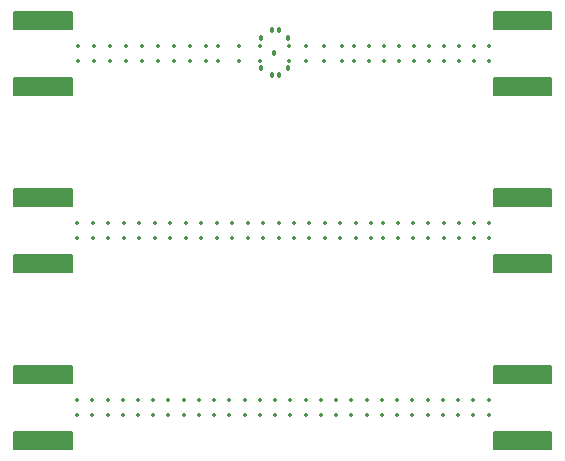
<source format=gbl>
%TF.GenerationSoftware,KiCad,Pcbnew,(5.1.8-44-gfd79c7ae46)*%
%TF.CreationDate,2021-01-02T19:49:22-07:00*%
%TF.ProjectId,egg,6567672e-6b69-4636-9164-5f7063625858,rev?*%
%TF.SameCoordinates,Original*%
%TF.FileFunction,Copper,L4,Bot*%
%TF.FilePolarity,Positive*%
%FSLAX46Y46*%
G04 Gerber Fmt 4.6, Leading zero omitted, Abs format (unit mm)*
G04 Created by KiCad (PCBNEW (5.1.8-44-gfd79c7ae46)) date 2021-01-02 19:49:22*
%MOMM*%
%LPD*%
G01*
G04 APERTURE LIST*
%TA.AperFunction,ViaPad*%
%ADD10C,0.349758*%
%TD*%
%TA.AperFunction,ViaPad*%
%ADD11C,0.457200*%
%TD*%
%TA.AperFunction,Conductor*%
%ADD12C,0.150000*%
%TD*%
%TA.AperFunction,Conductor*%
%ADD13C,0.100000*%
%TD*%
G04 APERTURE END LIST*
D10*
%TO.N,GND*%
X65340000Y-35670000D03*
D11*
X34000000Y-32000000D03*
X33000000Y-32000000D03*
X32000000Y-32000000D03*
X31000000Y-32000000D03*
X35000000Y-38000000D03*
X34000000Y-38000000D03*
X33000000Y-38000000D03*
X32000000Y-38000000D03*
X31000000Y-38000000D03*
X34000000Y-68000000D03*
X35000000Y-68000000D03*
X33000000Y-68000000D03*
X32000000Y-68000000D03*
X31000000Y-68000000D03*
X35000000Y-62000000D03*
X34000000Y-62000000D03*
X33000000Y-62000000D03*
X32000000Y-62000000D03*
X31000000Y-62000000D03*
X35000000Y-53000000D03*
X34000000Y-53000000D03*
X33000000Y-53000000D03*
X32000000Y-53000000D03*
X31000000Y-53000000D03*
X31000000Y-47000000D03*
X32000000Y-47000000D03*
X33000000Y-47000000D03*
X34000000Y-47000000D03*
X35000000Y-47000000D03*
X75000000Y-68000000D03*
X74000000Y-68000000D03*
X73000000Y-68000000D03*
X72000000Y-68000000D03*
X71000000Y-68000000D03*
X71000000Y-62000000D03*
X72000000Y-62000000D03*
X73000000Y-62000000D03*
X74000000Y-62000000D03*
X75000000Y-62000000D03*
X71000000Y-53000000D03*
X72000000Y-53000000D03*
X73000000Y-53000000D03*
X74000000Y-53000000D03*
X75000000Y-53000000D03*
X71000000Y-47000000D03*
X72000000Y-47000000D03*
X73000000Y-47000000D03*
X74000000Y-47000000D03*
X75000000Y-47000000D03*
X71000000Y-38000000D03*
X72000000Y-38000000D03*
X73000000Y-38000000D03*
X74000000Y-38000000D03*
X75000000Y-38000000D03*
X71000000Y-32000000D03*
X72000000Y-32000000D03*
X73000000Y-32000000D03*
X74000000Y-32000000D03*
X75000000Y-32000000D03*
D10*
X55000000Y-35635000D03*
X56500000Y-35635000D03*
X53500000Y-35635000D03*
X58000000Y-35635000D03*
X56500000Y-34365000D03*
X55000000Y-34365000D03*
X58000000Y-34365000D03*
X53500000Y-34365000D03*
X35619047Y-50635000D03*
X36928571Y-50635000D03*
X38238095Y-50635000D03*
X39547619Y-50635000D03*
X40857142Y-50635000D03*
X42166666Y-50635000D03*
X43476190Y-50635000D03*
X44785714Y-50635000D03*
X46095238Y-50635000D03*
X47404761Y-50635000D03*
X48714285Y-50635000D03*
X50023809Y-50635000D03*
X51333333Y-50635000D03*
X52642857Y-50635000D03*
X53952380Y-50635000D03*
X55261904Y-50635000D03*
X56571428Y-50635000D03*
X57880952Y-50635000D03*
X59190476Y-50635000D03*
X60500000Y-50635000D03*
X59190476Y-49365000D03*
X57880952Y-49365000D03*
X56571428Y-49365000D03*
X55261904Y-49365000D03*
X53952380Y-49365000D03*
X52642857Y-49365000D03*
X51333333Y-49365000D03*
X50023809Y-49365000D03*
X48714285Y-49365000D03*
X47404761Y-49365000D03*
X46095238Y-49365000D03*
X44785714Y-49365000D03*
X43476190Y-49365000D03*
X42166666Y-49365000D03*
X40857142Y-49365000D03*
X39547619Y-49365000D03*
X38238095Y-49365000D03*
X36928571Y-49365000D03*
X35619047Y-49365000D03*
X60500000Y-49365000D03*
X60272727Y-35635000D03*
X61545454Y-35635000D03*
X62818181Y-35635000D03*
X64090909Y-35635000D03*
X66636363Y-35635000D03*
X67909090Y-35635000D03*
X69181818Y-35635000D03*
X70454545Y-35635000D03*
X59000000Y-35635000D03*
X70454545Y-34365000D03*
X69181818Y-34365000D03*
X67909090Y-34365000D03*
X66636363Y-34365000D03*
X65363636Y-34365000D03*
X64090909Y-34365000D03*
X62818181Y-34365000D03*
X61545454Y-34365000D03*
X60272727Y-34365000D03*
X59000000Y-34365000D03*
X62777777Y-50635000D03*
X64055555Y-50635000D03*
X65333333Y-50635000D03*
X66611111Y-50635000D03*
X67888888Y-50635000D03*
X69166666Y-50635000D03*
X70444444Y-50635000D03*
X61500000Y-50635000D03*
X70444444Y-49365000D03*
X69166666Y-49365000D03*
X67888888Y-49365000D03*
X66611111Y-49365000D03*
X65333333Y-49365000D03*
X64055555Y-49365000D03*
X62777777Y-49365000D03*
X61500000Y-49365000D03*
X35580645Y-65635000D03*
X36870967Y-65635000D03*
X38161290Y-65635000D03*
X39451612Y-65635000D03*
X40741935Y-65635000D03*
X42032258Y-65635000D03*
X43322580Y-65635000D03*
X44612903Y-65635000D03*
X45903225Y-65635000D03*
X47193548Y-65635000D03*
X48483870Y-65635000D03*
X49774193Y-65635000D03*
X51064516Y-65635000D03*
X52354838Y-65635000D03*
X53645161Y-65635000D03*
X54935483Y-65635000D03*
X56225806Y-65635000D03*
X57516129Y-65635000D03*
X58806451Y-65635000D03*
X60096774Y-65635000D03*
X61387096Y-65635000D03*
X62677419Y-65635000D03*
X63967741Y-65635000D03*
X65258064Y-65635000D03*
X66548387Y-65635000D03*
X67838709Y-65635000D03*
X69129032Y-65635000D03*
X70419354Y-65635000D03*
X70419354Y-64365000D03*
X69129032Y-64365000D03*
X67838709Y-64365000D03*
X66548387Y-64365000D03*
X65258064Y-64365000D03*
X63967741Y-64365000D03*
X62677419Y-64365000D03*
X61387096Y-64365000D03*
X60096774Y-64365000D03*
X58806451Y-64365000D03*
X57516129Y-64365000D03*
X56225806Y-64365000D03*
X54935483Y-64365000D03*
X53645161Y-64365000D03*
X52354838Y-64365000D03*
X51064516Y-64365000D03*
X49774193Y-64365000D03*
X48483870Y-64365000D03*
X47193548Y-64365000D03*
X45903225Y-64365000D03*
X44612903Y-64365000D03*
X43322580Y-64365000D03*
X42032258Y-64365000D03*
X40741935Y-64365000D03*
X39451612Y-64365000D03*
X38161290Y-64365000D03*
X36870967Y-64365000D03*
X35580645Y-64365000D03*
X49300000Y-35635000D03*
X47500000Y-35635000D03*
X51100000Y-35635000D03*
X49300000Y-34365000D03*
X51100000Y-34365000D03*
X47500000Y-34365000D03*
X39750000Y-35635000D03*
X41100000Y-35635000D03*
X42450000Y-35635000D03*
X43800000Y-35635000D03*
X45150000Y-35635000D03*
X46500000Y-35635000D03*
X45150000Y-34365000D03*
X43800000Y-34365000D03*
X42450000Y-34365000D03*
X41100000Y-34365000D03*
X39750000Y-34365000D03*
X46500000Y-34365000D03*
D11*
X35000000Y-32000000D03*
D10*
X37050000Y-35635000D03*
X38400000Y-35635000D03*
X38400000Y-34365000D03*
X37050000Y-34365000D03*
X35700000Y-34365000D03*
X35700000Y-35635000D03*
D11*
X52300000Y-35000000D03*
X52070000Y-33020000D03*
X52705000Y-33020000D03*
X52705000Y-36830000D03*
X52070000Y-36830000D03*
X53467000Y-36258500D03*
X51181000Y-36258500D03*
X51181000Y-33718500D03*
X53467000Y-33718500D03*
%TD*%
D12*
%TO.N,GND*%
X75725000Y-32925000D02*
X70875000Y-32925000D01*
X70875000Y-31475000D01*
X75725000Y-31475000D01*
X75725000Y-32925000D01*
%TA.AperFunction,Conductor*%
D13*
G36*
X75725000Y-32925000D02*
G01*
X70875000Y-32925000D01*
X70875000Y-31475000D01*
X75725000Y-31475000D01*
X75725000Y-32925000D01*
G37*
%TD.AperFunction*%
%TD*%
D12*
%TO.N,GND*%
X75725000Y-38525000D02*
X70875000Y-38525000D01*
X70875000Y-37075000D01*
X75725000Y-37075000D01*
X75725000Y-38525000D01*
%TA.AperFunction,Conductor*%
D13*
G36*
X75725000Y-38525000D02*
G01*
X70875000Y-38525000D01*
X70875000Y-37075000D01*
X75725000Y-37075000D01*
X75725000Y-38525000D01*
G37*
%TD.AperFunction*%
%TD*%
D12*
%TO.N,GND*%
X75725000Y-47925000D02*
X70875000Y-47925000D01*
X70875000Y-46475000D01*
X75725000Y-46475000D01*
X75725000Y-47925000D01*
%TA.AperFunction,Conductor*%
D13*
G36*
X75725000Y-47925000D02*
G01*
X70875000Y-47925000D01*
X70875000Y-46475000D01*
X75725000Y-46475000D01*
X75725000Y-47925000D01*
G37*
%TD.AperFunction*%
%TD*%
D12*
%TO.N,GND*%
X75725001Y-53525000D02*
X70875000Y-53525000D01*
X70875000Y-52075000D01*
X75725001Y-52075000D01*
X75725001Y-53525000D01*
%TA.AperFunction,Conductor*%
D13*
G36*
X75725001Y-53525000D02*
G01*
X70875000Y-53525000D01*
X70875000Y-52075000D01*
X75725001Y-52075000D01*
X75725001Y-53525000D01*
G37*
%TD.AperFunction*%
%TD*%
D12*
%TO.N,GND*%
X75725001Y-62925000D02*
X70875000Y-62925000D01*
X70875000Y-61475000D01*
X75725001Y-61475000D01*
X75725001Y-62925000D01*
%TA.AperFunction,Conductor*%
D13*
G36*
X75725001Y-62925000D02*
G01*
X70875000Y-62925000D01*
X70875000Y-61475000D01*
X75725001Y-61475000D01*
X75725001Y-62925000D01*
G37*
%TD.AperFunction*%
%TD*%
D12*
%TO.N,GND*%
X75725001Y-68525000D02*
X70875000Y-68525000D01*
X70875000Y-67075000D01*
X75725001Y-67075000D01*
X75725001Y-68525000D01*
%TA.AperFunction,Conductor*%
D13*
G36*
X75725001Y-68525000D02*
G01*
X70875000Y-68525000D01*
X70875000Y-67075000D01*
X75725001Y-67075000D01*
X75725001Y-68525000D01*
G37*
%TD.AperFunction*%
%TD*%
D12*
%TO.N,GND*%
X35125000Y-32925000D02*
X30275000Y-32925000D01*
X30275000Y-31475000D01*
X35125000Y-31475000D01*
X35125000Y-32925000D01*
%TA.AperFunction,Conductor*%
D13*
G36*
X35125000Y-32925000D02*
G01*
X30275000Y-32925000D01*
X30275000Y-31475000D01*
X35125000Y-31475000D01*
X35125000Y-32925000D01*
G37*
%TD.AperFunction*%
%TD*%
D12*
%TO.N,GND*%
X35125000Y-38525000D02*
X30275000Y-38525000D01*
X30275000Y-37075000D01*
X35125000Y-37075000D01*
X35125000Y-38525000D01*
%TA.AperFunction,Conductor*%
D13*
G36*
X35125000Y-38525000D02*
G01*
X30275000Y-38525000D01*
X30275000Y-37075000D01*
X35125000Y-37075000D01*
X35125000Y-38525000D01*
G37*
%TD.AperFunction*%
%TD*%
D12*
%TO.N,GND*%
X35125000Y-47925000D02*
X30275000Y-47925000D01*
X30275000Y-46475000D01*
X35125000Y-46475000D01*
X35125000Y-47925000D01*
%TA.AperFunction,Conductor*%
D13*
G36*
X35125000Y-47925000D02*
G01*
X30275000Y-47925000D01*
X30275000Y-46475000D01*
X35125000Y-46475000D01*
X35125000Y-47925000D01*
G37*
%TD.AperFunction*%
%TD*%
D12*
%TO.N,GND*%
X35125000Y-62925000D02*
X30275000Y-62925000D01*
X30275000Y-61475000D01*
X35125000Y-61475000D01*
X35125000Y-62925000D01*
%TA.AperFunction,Conductor*%
D13*
G36*
X35125000Y-62925000D02*
G01*
X30275000Y-62925000D01*
X30275000Y-61475000D01*
X35125000Y-61475000D01*
X35125000Y-62925000D01*
G37*
%TD.AperFunction*%
%TD*%
D12*
%TO.N,GND*%
X35125000Y-68525000D02*
X30275000Y-68525000D01*
X30275000Y-67075000D01*
X35125000Y-67075000D01*
X35125000Y-68525000D01*
%TA.AperFunction,Conductor*%
D13*
G36*
X35125000Y-68525000D02*
G01*
X30275000Y-68525000D01*
X30275000Y-67075000D01*
X35125000Y-67075000D01*
X35125000Y-68525000D01*
G37*
%TD.AperFunction*%
%TD*%
D12*
%TO.N,GND*%
X35125000Y-53525000D02*
X30275000Y-53525000D01*
X30275000Y-52075000D01*
X35125000Y-52075000D01*
X35125000Y-53525000D01*
%TA.AperFunction,Conductor*%
D13*
G36*
X35125000Y-53525000D02*
G01*
X30275000Y-53525000D01*
X30275000Y-52075000D01*
X35125000Y-52075000D01*
X35125000Y-53525000D01*
G37*
%TD.AperFunction*%
%TD*%
M02*

</source>
